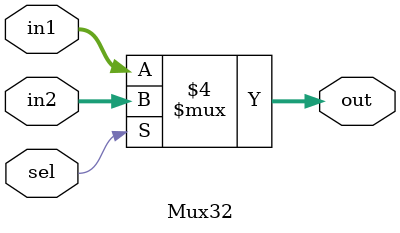
<source format=v>
module Mux5 (
	input [4:0] in1,
	input [4:0] in2, 
	input sel,
	output reg [4:0] out);
	
	always @(in1 or in2 or sel) begin
		if(sel == 0) begin out = in1; end
		else begin out = in2; end
	end
endmodule 

module Mux32 (
	input [31:0] in1,
	input [31:0] in2, 
	input sel,
	output reg [31:0] out);
	
	always @(in1 or in2 or sel) begin
		if(sel == 0) begin out = in1; end
		else begin out = in2; end
	end
endmodule
</source>
